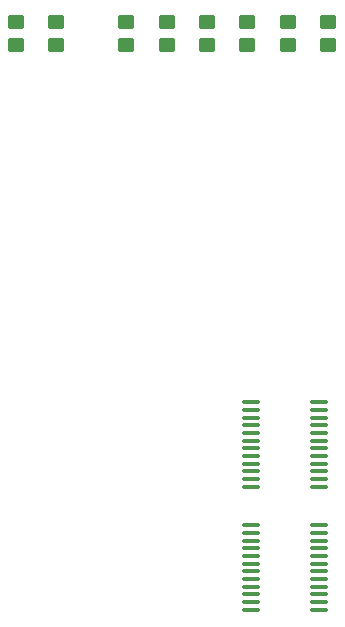
<source format=gbr>
%TF.GenerationSoftware,KiCad,Pcbnew,7.0.10*%
%TF.CreationDate,2024-01-22T21:54:41-05:00*%
%TF.ProjectId,jml-8-mini-vga,6a6d6c2d-382d-46d6-996e-692d7667612e,rev?*%
%TF.SameCoordinates,Original*%
%TF.FileFunction,Paste,Top*%
%TF.FilePolarity,Positive*%
%FSLAX46Y46*%
G04 Gerber Fmt 4.6, Leading zero omitted, Abs format (unit mm)*
G04 Created by KiCad (PCBNEW 7.0.10) date 2024-01-22 21:54:41*
%MOMM*%
%LPD*%
G01*
G04 APERTURE LIST*
G04 Aperture macros list*
%AMRoundRect*
0 Rectangle with rounded corners*
0 $1 Rounding radius*
0 $2 $3 $4 $5 $6 $7 $8 $9 X,Y pos of 4 corners*
0 Add a 4 corners polygon primitive as box body*
4,1,4,$2,$3,$4,$5,$6,$7,$8,$9,$2,$3,0*
0 Add four circle primitives for the rounded corners*
1,1,$1+$1,$2,$3*
1,1,$1+$1,$4,$5*
1,1,$1+$1,$6,$7*
1,1,$1+$1,$8,$9*
0 Add four rect primitives between the rounded corners*
20,1,$1+$1,$2,$3,$4,$5,0*
20,1,$1+$1,$4,$5,$6,$7,0*
20,1,$1+$1,$6,$7,$8,$9,0*
20,1,$1+$1,$8,$9,$2,$3,0*%
G04 Aperture macros list end*
%ADD10RoundRect,0.100000X0.637500X0.100000X-0.637500X0.100000X-0.637500X-0.100000X0.637500X-0.100000X0*%
%ADD11RoundRect,0.250000X0.450000X-0.350000X0.450000X0.350000X-0.450000X0.350000X-0.450000X-0.350000X0*%
G04 APERTURE END LIST*
D10*
%TO.C,U3*%
X168343500Y-108096000D03*
X168343500Y-107446000D03*
X168343500Y-106796000D03*
X168343500Y-106146000D03*
X168343500Y-105496000D03*
X168343500Y-104846000D03*
X168343500Y-104196000D03*
X168343500Y-103546000D03*
X168343500Y-102896000D03*
X168343500Y-102246000D03*
X168343500Y-101596000D03*
X168343500Y-100946000D03*
X162618500Y-100946000D03*
X162618500Y-101596000D03*
X162618500Y-102246000D03*
X162618500Y-102896000D03*
X162618500Y-103546000D03*
X162618500Y-104196000D03*
X162618500Y-104846000D03*
X162618500Y-105496000D03*
X162618500Y-106146000D03*
X162618500Y-106796000D03*
X162618500Y-107446000D03*
X162618500Y-108096000D03*
%TD*%
D11*
%TO.C,R7*%
X165735000Y-60309000D03*
X165735000Y-58309000D03*
%TD*%
%TO.C,R1*%
X142748000Y-60325000D03*
X142748000Y-58325000D03*
%TD*%
%TO.C,R5*%
X158877000Y-60309000D03*
X158877000Y-58309000D03*
%TD*%
%TO.C,R8*%
X169164000Y-60309000D03*
X169164000Y-58309000D03*
%TD*%
%TO.C,R2*%
X146101000Y-60325000D03*
X146101000Y-58325000D03*
%TD*%
%TO.C,R4*%
X155459000Y-60325000D03*
X155459000Y-58325000D03*
%TD*%
%TO.C,R6*%
X162306000Y-60309000D03*
X162306000Y-58309000D03*
%TD*%
%TO.C,R3*%
X152001000Y-60325000D03*
X152001000Y-58325000D03*
%TD*%
D10*
%TO.C,U2*%
X168343500Y-97682000D03*
X168343500Y-97032000D03*
X168343500Y-96382000D03*
X168343500Y-95732000D03*
X168343500Y-95082000D03*
X168343500Y-94432000D03*
X168343500Y-93782000D03*
X168343500Y-93132000D03*
X168343500Y-92482000D03*
X168343500Y-91832000D03*
X168343500Y-91182000D03*
X168343500Y-90532000D03*
X162618500Y-90532000D03*
X162618500Y-91182000D03*
X162618500Y-91832000D03*
X162618500Y-92482000D03*
X162618500Y-93132000D03*
X162618500Y-93782000D03*
X162618500Y-94432000D03*
X162618500Y-95082000D03*
X162618500Y-95732000D03*
X162618500Y-96382000D03*
X162618500Y-97032000D03*
X162618500Y-97682000D03*
%TD*%
M02*

</source>
